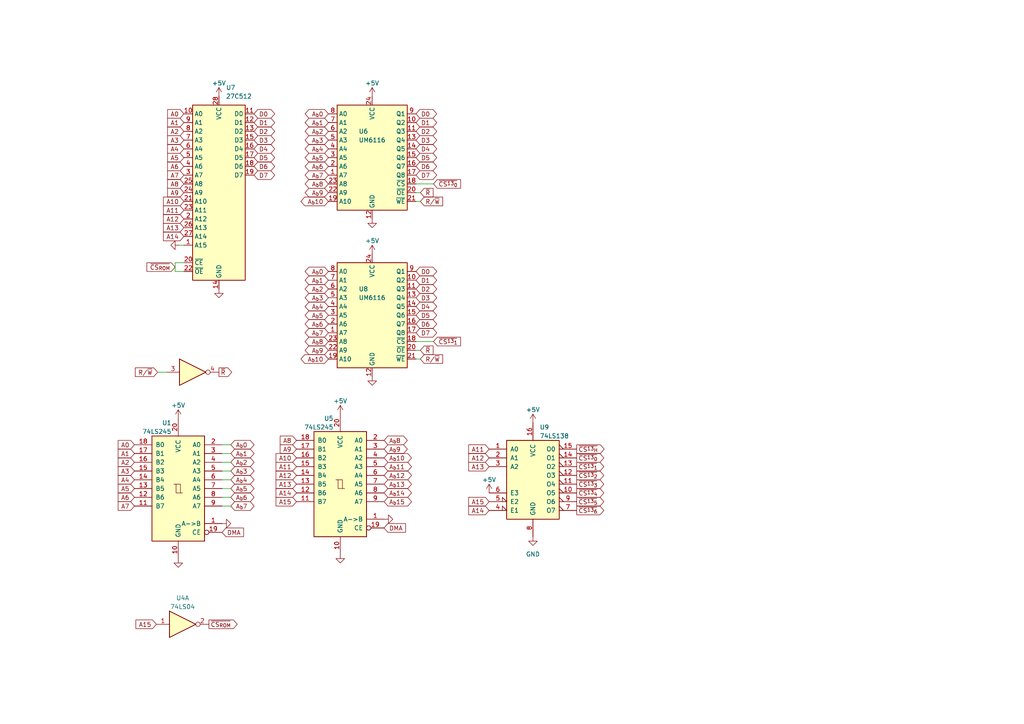
<source format=kicad_sch>
(kicad_sch (version 20230121) (generator eeschema)
  (paper "A4")
  (lib_symbols
    (symbol "74xx:74LS04"
      (property "Reference" "U" (at 0 1.27 0))
      (property "Value" "74LS04" (at 0 -1.27 0))
      (symbol "74LS04_1_0"
        (polyline (pts (xy -3.81 3.81) (xy -3.81 -3.81) (xy 3.81 0) (xy -3.81 3.81)) (stroke (width 0.254)) (fill (type background)))
        (pin input line (at -7.62 0 0) (length 3.81) (name "~") (number "1"))
        (pin output inverted (at 7.62 0 180) (length 3.81) (name "~") (number "2"))
      )
      (symbol "74LS04_2_0"
        (polyline (pts (xy -3.81 3.81) (xy -3.81 -3.81) (xy 3.81 0) (xy -3.81 3.81)) (stroke (width 0.254)) (fill (type background)))
        (pin input line (at -7.62 0 0) (length 3.81) (name "~") (number "3"))
        (pin output inverted (at 7.62 0 180) (length 3.81) (name "~") (number "4"))
      )
      (symbol "74LS04_3_0"
        (polyline (pts (xy -3.81 3.81) (xy -3.81 -3.81) (xy 3.81 0) (xy -3.81 3.81)) (stroke (width 0.254)) (fill (type background)))
        (pin input line (at -7.62 0 0) (length 3.81) (name "~") (number "5"))
        (pin output inverted (at 7.62 0 180) (length 3.81) (name "~") (number "6"))
      )
      (symbol "74LS04_4_0"
        (polyline (pts (xy -3.81 3.81) (xy -3.81 -3.81) (xy 3.81 0) (xy -3.81 3.81)) (stroke (width 0.254)) (fill (type background)))
        (pin output inverted (at 7.62 0 180) (length 3.81) (name "~") (number "8"))
        (pin input line (at -7.62 0 0) (length 3.81) (name "~") (number "9"))
      )
      (symbol "74LS04_5_0"
        (polyline (pts (xy -3.81 3.81) (xy -3.81 -3.81) (xy 3.81 0) (xy -3.81 3.81)) (stroke (width 0.254)) (fill (type background)))
        (pin output inverted (at 7.62 0 180) (length 3.81) (name "~") (number "10"))
        (pin input line (at -7.62 0 0) (length 3.81) (name "~") (number "11"))
      )
      (symbol "74LS04_6_0"
        (polyline (pts (xy -3.81 3.81) (xy -3.81 -3.81) (xy 3.81 0) (xy -3.81 3.81)) (stroke (width 0.254)) (fill (type background)))
        (pin output inverted (at 7.62 0 180) (length 3.81) (name "~") (number "12"))
        (pin input line (at -7.62 0 0) (length 3.81) (name "~") (number "13"))
      )
      (symbol "74LS04_7_0"
        (pin power_in line (at 0 12.7 270) (length 5.08) (name "VCC") (number "14"))
        (pin power_in line (at 0 -12.7 90) (length 5.08) (name "GND") (number "7"))
      )
      (symbol "74LS04_7_1"
        (rectangle (start -5.08 7.62) (end 5.08 -7.62) (stroke (width 0.254)) (fill (type background)))
      )
    )
    (symbol "74xx:74LS138" (pin_names (offset 1.016))
      (property "Reference" "U" (at -7.62 11.43 0))
      (property "Value" "74LS138" (at -7.62 -13.97 0))
      (symbol "74LS138_1_0"
        (pin input line (at -12.7 7.62 0) (length 5.08) (name "A0") (number "1"))
        (pin output output_low (at 12.7 -5.08 180) (length 5.08) (name "O5") (number "10"))
        (pin output output_low (at 12.7 -2.54 180) (length 5.08) (name "O4") (number "11"))
        (pin output output_low (at 12.7 0 180) (length 5.08) (name "O3") (number "12"))
        (pin output output_low (at 12.7 2.54 180) (length 5.08) (name "O2") (number "13"))
        (pin output output_low (at 12.7 5.08 180) (length 5.08) (name "O1") (number "14"))
        (pin output output_low (at 12.7 7.62 180) (length 5.08) (name "O0") (number "15"))
        (pin power_in line (at 0 15.24 270) (length 5.08) (name "VCC") (number "16"))
        (pin input line (at -12.7 5.08 0) (length 5.08) (name "A1") (number "2"))
        (pin input line (at -12.7 2.54 0) (length 5.08) (name "A2") (number "3"))
        (pin input input_low (at -12.7 -10.16 0) (length 5.08) (name "E1") (number "4"))
        (pin input input_low (at -12.7 -7.62 0) (length 5.08) (name "E2") (number "5"))
        (pin input line (at -12.7 -5.08 0) (length 5.08) (name "E3") (number "6"))
        (pin output output_low (at 12.7 -10.16 180) (length 5.08) (name "O7") (number "7"))
        (pin power_in line (at 0 -17.78 90) (length 5.08) (name "GND") (number "8"))
        (pin output output_low (at 12.7 -7.62 180) (length 5.08) (name "O6") (number "9"))
      )
      (symbol "74LS138_1_1"
        (rectangle (start -7.62 10.16) (end 7.62 -12.7) (stroke (width 0.254)) (fill (type background)))
      )
    )
    (symbol "74xx:74LS245" (pin_names (offset 1.016))
      (property "Reference" "U" (at -7.62 16.51 0))
      (property "Value" "74LS245" (at -7.62 -16.51 0))
      (symbol "74LS245_1_0"
        (polyline (pts (xy -0.635 -1.27) (xy -0.635 1.27) (xy 0.635 1.27)))
        (polyline (pts (xy -1.27 -1.27) (xy 0.635 -1.27) (xy 0.635 1.27) (xy 1.27 1.27)))
        (pin input line (at -12.7 -10.16 0) (length 5.08) (name "A->B") (number "1"))
        (pin power_in line (at 0 -20.32 90) (length 5.08) (name "GND") (number "10"))
        (pin tri_state line (at 12.7 -5.08 180) (length 5.08) (name "B7") (number "11"))
        (pin tri_state line (at 12.7 -2.54 180) (length 5.08) (name "B6") (number "12"))
        (pin tri_state line (at 12.7 0 180) (length 5.08) (name "B5") (number "13"))
        (pin tri_state line (at 12.7 2.54 180) (length 5.08) (name "B4") (number "14"))
        (pin tri_state line (at 12.7 5.08 180) (length 5.08) (name "B3") (number "15"))
        (pin tri_state line (at 12.7 7.62 180) (length 5.08) (name "B2") (number "16"))
        (pin tri_state line (at 12.7 10.16 180) (length 5.08) (name "B1") (number "17"))
        (pin tri_state line (at 12.7 12.7 180) (length 5.08) (name "B0") (number "18"))
        (pin input inverted (at -12.7 -12.7 0) (length 5.08) (name "CE") (number "19"))
        (pin tri_state line (at -12.7 12.7 0) (length 5.08) (name "A0") (number "2"))
        (pin power_in line (at 0 20.32 270) (length 5.08) (name "VCC") (number "20"))
        (pin tri_state line (at -12.7 10.16 0) (length 5.08) (name "A1") (number "3"))
        (pin tri_state line (at -12.7 7.62 0) (length 5.08) (name "A2") (number "4"))
        (pin tri_state line (at -12.7 5.08 0) (length 5.08) (name "A3") (number "5"))
        (pin tri_state line (at -12.7 2.54 0) (length 5.08) (name "A4") (number "6"))
        (pin tri_state line (at -12.7 0 0) (length 5.08) (name "A5") (number "7"))
        (pin tri_state line (at -12.7 -2.54 0) (length 5.08) (name "A6") (number "8"))
        (pin tri_state line (at -12.7 -5.08 0) (length 5.08) (name "A7") (number "9"))
      )
      (symbol "74LS245_1_1"
        (rectangle (start -7.62 15.24) (end 7.62 -15.24) (stroke (width 0.254)) (fill (type background)))
      )
    )
    (symbol "Memory_EPROM:27C512"
      (property "Reference" "U" (at -7.62 26.67 0))
      (property "Value" "27C512" (at 2.54 -26.67 0))
      (symbol "27C512_1_1"
        (rectangle (start -7.62 25.4) (end 7.62 -25.4) (stroke (width 0.254)) (fill (type background)))
        (pin input line (at -10.16 -15.24 0) (length 2.54) (name "A15") (number "1"))
        (pin input line (at -10.16 22.86 0) (length 2.54) (name "A0") (number "10"))
        (pin tri_state line (at 10.16 22.86 180) (length 2.54) (name "D0") (number "11"))
        (pin tri_state line (at 10.16 20.32 180) (length 2.54) (name "D1") (number "12"))
        (pin tri_state line (at 10.16 17.78 180) (length 2.54) (name "D2") (number "13"))
        (pin power_in line (at 0 -27.94 90) (length 2.54) (name "GND") (number "14"))
        (pin tri_state line (at 10.16 15.24 180) (length 2.54) (name "D3") (number "15"))
        (pin tri_state line (at 10.16 12.7 180) (length 2.54) (name "D4") (number "16"))
        (pin tri_state line (at 10.16 10.16 180) (length 2.54) (name "D5") (number "17"))
        (pin tri_state line (at 10.16 7.62 180) (length 2.54) (name "D6") (number "18"))
        (pin tri_state line (at 10.16 5.08 180) (length 2.54) (name "D7") (number "19"))
        (pin input line (at -10.16 -7.62 0) (length 2.54) (name "A12") (number "2"))
        (pin input line (at -10.16 -20.32 0) (length 2.54) (name "~{CE}") (number "20"))
        (pin input line (at -10.16 -2.54 0) (length 2.54) (name "A10") (number "21"))
        (pin input line (at -10.16 -22.86 0) (length 2.54) (name "~{OE}") (number "22"))
        (pin input line (at -10.16 -5.08 0) (length 2.54) (name "A11") (number "23"))
        (pin input line (at -10.16 0 0) (length 2.54) (name "A9") (number "24"))
        (pin input line (at -10.16 2.54 0) (length 2.54) (name "A8") (number "25"))
        (pin input line (at -10.16 -10.16 0) (length 2.54) (name "A13") (number "26"))
        (pin input line (at -10.16 -12.7 0) (length 2.54) (name "A14") (number "27"))
        (pin power_in line (at 0 27.94 270) (length 2.54) (name "VCC") (number "28"))
        (pin input line (at -10.16 5.08 0) (length 2.54) (name "A7") (number "3"))
        (pin input line (at -10.16 7.62 0) (length 2.54) (name "A6") (number "4"))
        (pin input line (at -10.16 10.16 0) (length 2.54) (name "A5") (number "5"))
        (pin input line (at -10.16 12.7 0) (length 2.54) (name "A4") (number "6"))
        (pin input line (at -10.16 15.24 0) (length 2.54) (name "A3") (number "7"))
        (pin input line (at -10.16 17.78 0) (length 2.54) (name "A2") (number "8"))
        (pin input line (at -10.16 20.32 0) (length 2.54) (name "A1") (number "9"))
      )
    )
    (symbol "UM6116_1"
      (property "Reference" "U2" (at 7.62 -11.43 0))
      (property "Value" "UM6116" (at 15.24 -12.7 0))
      (symbol "UM6116_1_0_0"
        (pin power_in line (at 0 25.4 270) (length 2.54) (name "VCC") (number "24"))
      )
      (symbol "UM6116_1_0_1"
        (rectangle (start -10.16 22.86) (end 10.16 -7.62) (stroke (width 0.254)) (fill (type background)))
      )
      (symbol "UM6116_1_1_0"
        (pin power_in line (at 0 -10.16 90) (length 2.54) (name "GND") (number "12"))
      )
      (symbol "UM6116_1_1_1"
        (pin input line (at -12.7 2.54 0) (length 2.54) (name "A7") (number "1"))
        (pin tri_state line (at 12.7 17.78 180) (length 2.54) (name "Q2") (number "10"))
        (pin tri_state line (at 12.7 15.24 180) (length 2.54) (name "Q3") (number "11"))
        (pin tri_state line (at 12.7 12.7 180) (length 2.54) (name "Q4") (number "13"))
        (pin tri_state line (at 12.7 10.16 180) (length 2.54) (name "Q5") (number "14"))
        (pin tri_state line (at 12.7 7.62 180) (length 2.54) (name "Q6") (number "15"))
        (pin tri_state line (at 12.7 5.08 180) (length 2.54) (name "Q7") (number "16"))
        (pin tri_state line (at 12.7 2.54 180) (length 2.54) (name "Q8") (number "17"))
        (pin input line (at 12.7 0 180) (length 2.54) (name "~{CS}") (number "18"))
        (pin input line (at -12.7 -5.08 0) (length 2.54) (name "A10") (number "19"))
        (pin input line (at -12.7 5.08 0) (length 2.54) (name "A6") (number "2"))
        (pin input line (at 12.7 -2.54 180) (length 2.54) (name "~{OE}") (number "20"))
        (pin input line (at 12.7 -5.08 180) (length 2.54) (name "~{WE}") (number "21"))
        (pin input line (at -12.7 -2.54 0) (length 2.54) (name "A9") (number "22"))
        (pin input line (at -12.7 0 0) (length 2.54) (name "A8") (number "23"))
        (pin input line (at -12.7 7.62 0) (length 2.54) (name "A5") (number "3"))
        (pin input line (at -12.7 10.16 0) (length 2.54) (name "A4") (number "4"))
        (pin input line (at -12.7 12.7 0) (length 2.54) (name "A3") (number "5"))
        (pin input line (at -12.7 15.24 0) (length 2.54) (name "A2") (number "6"))
        (pin input line (at -12.7 17.78 0) (length 2.54) (name "A1") (number "7"))
        (pin input line (at -12.7 20.32 0) (length 2.54) (name "A0") (number "8"))
        (pin tri_state line (at 12.7 20.32 180) (length 2.54) (name "Q1") (number "9"))
      )
    )
    (symbol "power:+5V" (power) (pin_names (offset 0))
      (property "Value" "+5V" (at 0 3.556 0))
      (symbol "+5V_0_1"
        (polyline (pts (xy -0.762 1.27) (xy 0 2.54)))
        (polyline (pts (xy 0 0) (xy 0 2.54)))
        (polyline (pts (xy 0 2.54) (xy 0.762 1.27)))
      )
      (symbol "+5V_1_1"
        (pin power_in line (at 0 0 90) (length 0) hide (name "+5V") (number "1"))
      )
    )
    (symbol "power:GND" (power) (pin_names (offset 0))
      (property "Value" "GND" (at 0 -3.81 0))
      (symbol "GND_0_1"
        (polyline (pts (xy 0 0) (xy 0 -1.27) (xy 1.27 -1.27) (xy 0 -2.54) (xy -1.27 -1.27) (xy 0 -1.27)))
      )
      (symbol "GND_1_1"
        (pin power_in line (at 0 0 270) (length 0) hide (name "GND") (number "1"))
      )
    )
  )
  (wire (pts (xy 66.94 134.08) (xy 64.4 134.08)))
  (wire (pts (xy 66.94 146.78) (xy 64.4 146.78)))
  (wire (pts (xy 66.94 144.24) (xy 64.4 144.24)))
  (wire (pts (xy 66.94 131.54) (xy 64.4 131.54)))
  (wire (pts (xy 125.73 53.34) (xy 120.65 53.34)))
  (wire (pts (xy 66.94 129) (xy 64.4 129)))
  (wire (pts (xy 50.8 78.74) (xy 50.8 76.2)))
  (wire (pts (xy 120.65 104.14) (xy 121.92 104.14)))
  (wire (pts (xy 45.72 107.95) (xy 48.26 107.95)))
  (wire (pts (xy 66.94 141.7) (xy 64.4 141.7)))
  (wire (pts (xy 125.73 99.06) (xy 120.65 99.06)))
  (wire (pts (xy 53.34 71.12) (xy 52.07 71.12)))
  (wire (pts (xy 120.65 58.42) (xy 121.92 58.42)))
  (wire (pts (xy 50.8 76.2) (xy 53.34 76.2)))
  (wire (pts (xy 121.92 101.6) (xy 120.65 101.6)))
  (wire (pts (xy 121.92 55.88) (xy 120.65 55.88)))
  (wire (pts (xy 66.94 139.16) (xy 64.4 139.16)))
  (wire (pts (xy 53.34 78.74) (xy 50.8 78.74)))
  (wire (pts (xy 66.94 136.62) (xy 64.4 136.62)))
  (global_label "A6" (shape input) (at 39 144.24 180) (property "Intersheetrefs" "${INTERSHEET_REFS}" (effects hide)))
  (global_label "~{R}" (shape input) (at 121.92 101.6 0) (property "Intersheetrefs" "${INTERSHEET_REFS}" (effects hide)))
  (global_label "D3" (shape tri_state) (at 73.66 40.64 0) (property "Intersheetrefs" "${INTERSHEET_REFS}" (effects hide)))
  (global_label "D2" (shape tri_state) (at 73.66 38.1 0) (property "Intersheetrefs" "${INTERSHEET_REFS}" (effects hide)))
  (global_label "A13" (shape input) (at 141.87 135.35 180) (property "Intersheetrefs" "${INTERSHEET_REFS}" (effects hide)))
  (global_label "A_{b}2" (shape tri_state) (at 95.25 83.82 180) (property "Intersheetrefs" "${INTERSHEET_REFS}" (effects hide)))
  (global_label "D1" (shape tri_state) (at 73.66 35.56 0) (property "Intersheetrefs" "${INTERSHEET_REFS}" (effects hide)))
  (global_label "A11" (shape input) (at 141.87 130.27 180) (property "Intersheetrefs" "${INTERSHEET_REFS}" (effects hide)))
  (global_label "A_{b}4" (shape tri_state) (at 95.25 88.9 180) (property "Intersheetrefs" "${INTERSHEET_REFS}" (effects hide)))
  (global_label "A_{b}7" (shape tri_state) (at 66.94 146.78 0) (property "Intersheetrefs" "${INTERSHEET_REFS}" (effects hide)))
  (global_label "A14" (shape input) (at 85.99 142.97 180) (property "Intersheetrefs" "${INTERSHEET_REFS}" (effects hide)))
  (global_label "A5" (shape input) (at 53.34 45.72 180) (property "Intersheetrefs" "${INTERSHEET_REFS}" (effects hide)))
  (global_label "A_{b}2" (shape tri_state) (at 66.94 134.08 0) (property "Intersheetrefs" "${INTERSHEET_REFS}" (effects hide)))
  (global_label "A_{b}7" (shape tri_state) (at 95.25 50.8 180) (property "Intersheetrefs" "${INTERSHEET_REFS}" (effects hide)))
  (global_label "A14" (shape input) (at 141.87 148.05 180) (property "Intersheetrefs" "${INTERSHEET_REFS}" (effects hide)))
  (global_label "A10" (shape input) (at 53.34 58.42 180) (property "Intersheetrefs" "${INTERSHEET_REFS}" (effects hide)))
  (global_label "D0" (shape tri_state) (at 120.65 78.74 0) (property "Intersheetrefs" "${INTERSHEET_REFS}" (effects hide)))
  (global_label "A_{b}4" (shape tri_state) (at 66.94 139.16 0) (property "Intersheetrefs" "${INTERSHEET_REFS}" (effects hide)))
  (global_label "A6" (shape input) (at 53.34 48.26 180) (property "Intersheetrefs" "${INTERSHEET_REFS}" (effects hide)))
  (global_label "A_{b}6" (shape tri_state) (at 95.25 48.26 180) (property "Intersheetrefs" "${INTERSHEET_REFS}" (effects hide)))
  (global_label "A15" (shape input) (at 85.99 145.51 180) (property "Intersheetrefs" "${INTERSHEET_REFS}" (effects hide)))
  (global_label "A12" (shape input) (at 53.34 63.5 180) (property "Intersheetrefs" "${INTERSHEET_REFS}" (effects hide)))
  (global_label "A_{b}3" (shape tri_state) (at 95.25 40.64 180) (property "Intersheetrefs" "${INTERSHEET_REFS}" (effects hide)))
  (global_label "D0" (shape tri_state) (at 120.65 33.02 0) (property "Intersheetrefs" "${INTERSHEET_REFS}" (effects hide)))
  (global_label "~{CS^{13}_{0}}" (shape output) (at 167.27 132.81 0) (property "Intersheetrefs" "${INTERSHEET_REFS}" (effects hide)))
  (global_label "A8" (shape input) (at 85.99 127.73 180) (property "Intersheetrefs" "${INTERSHEET_REFS}" (effects hide)))
  (global_label "~{CS^{13}_{0}}" (shape input) (at 125.73 53.34 0) (property "Intersheetrefs" "${INTERSHEET_REFS}" (effects hide)))
  (global_label "A_{b}3" (shape tri_state) (at 95.25 86.36 180) (property "Intersheetrefs" "${INTERSHEET_REFS}" (effects hide)))
  (global_label "A2" (shape input) (at 39 134.08 180) (property "Intersheetrefs" "${INTERSHEET_REFS}" (effects hide)))
  (global_label "A_{b}9" (shape tri_state) (at 95.25 55.88 180) (property "Intersheetrefs" "${INTERSHEET_REFS}" (effects hide)))
  (global_label "D1" (shape tri_state) (at 120.65 35.56 0) (property "Intersheetrefs" "${INTERSHEET_REFS}" (effects hide)))
  (global_label "A_{b}0" (shape tri_state) (at 95.25 78.74 180) (property "Intersheetrefs" "${INTERSHEET_REFS}" (effects hide)))
  (global_label "A_{b}9" (shape tri_state) (at 95.25 101.6 180) (property "Intersheetrefs" "${INTERSHEET_REFS}" (effects hide)))
  (global_label "A_{b}8" (shape tri_state) (at 95.25 53.34 180) (property "Intersheetrefs" "${INTERSHEET_REFS}" (effects hide)))
  (global_label "D5" (shape tri_state) (at 73.66 45.72 0) (property "Intersheetrefs" "${INTERSHEET_REFS}" (effects hide)))
  (global_label "D1" (shape tri_state) (at 120.65 81.28 0) (property "Intersheetrefs" "${INTERSHEET_REFS}" (effects hide)))
  (global_label "A_{b}8" (shape tri_state) (at 95.25 99.06 180) (property "Intersheetrefs" "${INTERSHEET_REFS}" (effects hide)))
  (global_label "DMA" (shape input) (at 64.4 154.4 0) (property "Intersheetrefs" "${INTERSHEET_REFS}" (effects hide)))
  (global_label "~{CS_{ROM}}" (shape input) (at 50.8 77.47 180) (property "Intersheetrefs" "${INTERSHEET_REFS}" (effects hide)))
  (global_label "A4" (shape input) (at 53.34 43.18 180) (property "Intersheetrefs" "${INTERSHEET_REFS}" (effects hide)))
  (global_label "A11" (shape input) (at 53.34 60.96 180) (property "Intersheetrefs" "${INTERSHEET_REFS}" (effects hide)))
  (global_label "A13" (shape input) (at 85.99 140.43 180) (property "Intersheetrefs" "${INTERSHEET_REFS}" (effects hide)))
  (global_label "~{CS^{13}_{1}}" (shape input) (at 125.73 99.06 0) (property "Intersheetrefs" "${INTERSHEET_REFS}" (effects hide)))
  (global_label "A_{b}14" (shape tri_state) (at 111.39 142.97 0) (property "Intersheetrefs" "${INTERSHEET_REFS}" (effects hide)))
  (global_label "A_{b}1" (shape tri_state) (at 95.25 35.56 180) (property "Intersheetrefs" "${INTERSHEET_REFS}" (effects hide)))
  (global_label "A_{b}6" (shape tri_state) (at 66.94 144.24 0) (property "Intersheetrefs" "${INTERSHEET_REFS}" (effects hide)))
  (global_label "~{CS^{13}_{1}}" (shape output) (at 167.27 135.35 0) (property "Intersheetrefs" "${INTERSHEET_REFS}" (effects hide)))
  (global_label "D7" (shape tri_state) (at 120.65 96.52 0) (property "Intersheetrefs" "${INTERSHEET_REFS}" (effects hide)))
  (global_label "A_{b}1" (shape tri_state) (at 66.94 131.54 0) (property "Intersheetrefs" "${INTERSHEET_REFS}" (effects hide)))
  (global_label "A8" (shape input) (at 53.34 53.34 180) (property "Intersheetrefs" "${INTERSHEET_REFS}" (effects hide)))
  (global_label "A3" (shape input) (at 39 136.62 180) (property "Intersheetrefs" "${INTERSHEET_REFS}" (effects hide)))
  (global_label "A0" (shape input) (at 39 129 180) (property "Intersheetrefs" "${INTERSHEET_REFS}" (effects hide)))
  (global_label "A14" (shape input) (at 53.34 68.58 180) (property "Intersheetrefs" "${INTERSHEET_REFS}" (effects hide)))
  (global_label "A_{b}15" (shape tri_state) (at 111.39 145.51 0) (property "Intersheetrefs" "${INTERSHEET_REFS}" (effects hide)))
  (global_label "~{CS^{13}_{6}}" (shape output) (at 167.27 148.05 0) (property "Intersheetrefs" "${INTERSHEET_REFS}" (effects hide)))
  (global_label "R{slash}~{W}" (shape input) (at 121.92 104.14 0) (property "Intersheetrefs" "${INTERSHEET_REFS}" (effects hide)))
  (global_label "D2" (shape tri_state) (at 120.65 83.82 0) (property "Intersheetrefs" "${INTERSHEET_REFS}" (effects hide)))
  (global_label "A13" (shape input) (at 53.34 66.04 180) (property "Intersheetrefs" "${INTERSHEET_REFS}" (effects hide)))
  (global_label "~{CS_{ROM}}" (shape output) (at 60.59 181.07 0) (property "Intersheetrefs" "${INTERSHEET_REFS}" (effects hide)))
  (global_label "D2" (shape tri_state) (at 120.65 38.1 0) (property "Intersheetrefs" "${INTERSHEET_REFS}" (effects hide)))
  (global_label "A7" (shape input) (at 53.34 50.8 180) (property "Intersheetrefs" "${INTERSHEET_REFS}" (effects hide)))
  (global_label "A_{b}9" (shape tri_state) (at 111.39 130.27 0) (property "Intersheetrefs" "${INTERSHEET_REFS}" (effects hide)))
  (global_label "D5" (shape tri_state) (at 120.65 45.72 0) (property "Intersheetrefs" "${INTERSHEET_REFS}" (effects hide)))
  (global_label "D5" (shape tri_state) (at 120.65 91.44 0) (property "Intersheetrefs" "${INTERSHEET_REFS}" (effects hide)))
  (global_label "~{R}" (shape input) (at 121.92 55.88 0) (property "Intersheetrefs" "${INTERSHEET_REFS}" (effects hide)))
  (global_label "A7" (shape input) (at 39 146.78 180) (property "Intersheetrefs" "${INTERSHEET_REFS}" (effects hide)))
  (global_label "A_{b}0" (shape tri_state) (at 66.94 129 0) (property "Intersheetrefs" "${INTERSHEET_REFS}" (effects hide)))
  (global_label "A15" (shape input) (at 141.87 145.51 180) (property "Intersheetrefs" "${INTERSHEET_REFS}" (effects hide)))
  (global_label "A_{b}5" (shape tri_state) (at 95.25 91.44 180) (property "Intersheetrefs" "${INTERSHEET_REFS}" (effects hide)))
  (global_label "A_{b}0" (shape tri_state) (at 95.25 33.02 180) (property "Intersheetrefs" "${INTERSHEET_REFS}" (effects hide)))
  (global_label "A_{b}13" (shape tri_state) (at 111.39 140.43 0) (property "Intersheetrefs" "${INTERSHEET_REFS}" (effects hide)))
  (global_label "D6" (shape tri_state) (at 120.65 93.98 0) (property "Intersheetrefs" "${INTERSHEET_REFS}" (effects hide)))
  (global_label "A12" (shape input) (at 141.87 132.81 180) (property "Intersheetrefs" "${INTERSHEET_REFS}" (effects hide)))
  (global_label "A_{b}6" (shape tri_state) (at 95.25 93.98 180) (property "Intersheetrefs" "${INTERSHEET_REFS}" (effects hide)))
  (global_label "A11" (shape input) (at 85.99 135.35 180) (property "Intersheetrefs" "${INTERSHEET_REFS}" (effects hide)))
  (global_label "D4" (shape tri_state) (at 120.65 43.18 0) (property "Intersheetrefs" "${INTERSHEET_REFS}" (effects hide)))
  (global_label "D6" (shape tri_state) (at 120.65 48.26 0) (property "Intersheetrefs" "${INTERSHEET_REFS}" (effects hide)))
  (global_label "D4" (shape tri_state) (at 120.65 88.9 0) (property "Intersheetrefs" "${INTERSHEET_REFS}" (effects hide)))
  (global_label "A_{b}2" (shape tri_state) (at 95.25 38.1 180) (property "Intersheetrefs" "${INTERSHEET_REFS}" (effects hide)))
  (global_label "A_{b}3" (shape tri_state) (at 66.94 136.62 0) (property "Intersheetrefs" "${INTERSHEET_REFS}" (effects hide)))
  (global_label "A9" (shape input) (at 85.99 130.27 180) (property "Intersheetrefs" "${INTERSHEET_REFS}" (effects hide)))
  (global_label "A15" (shape input) (at 45.35 181.07 180) (property "Intersheetrefs" "${INTERSHEET_REFS}" (effects hide)))
  (global_label "~{CS^{13}_{5}}" (shape output) (at 167.27 145.51 0) (property "Intersheetrefs" "${INTERSHEET_REFS}" (effects hide)))
  (global_label "~{CS^{13}_{2}}" (shape output) (at 167.27 137.89 0) (property "Intersheetrefs" "${INTERSHEET_REFS}" (effects hide)))
  (global_label "A3" (shape input) (at 53.34 40.64 180) (property "Intersheetrefs" "${INTERSHEET_REFS}" (effects hide)))
  (global_label "D6" (shape tri_state) (at 73.66 48.26 0) (property "Intersheetrefs" "${INTERSHEET_REFS}" (effects hide)))
  (global_label "A10" (shape input) (at 85.99 132.81 180) (property "Intersheetrefs" "${INTERSHEET_REFS}" (effects hide)))
  (global_label "A_{b}5" (shape tri_state) (at 95.25 45.72 180) (property "Intersheetrefs" "${INTERSHEET_REFS}" (effects hide)))
  (global_label "D0" (shape tri_state) (at 73.66 33.02 0) (property "Intersheetrefs" "${INTERSHEET_REFS}" (effects hide)))
  (global_label "A4" (shape input) (at 39 139.16 180) (property "Intersheetrefs" "${INTERSHEET_REFS}" (effects hide)))
  (global_label "A1" (shape input) (at 53.34 35.56 180) (property "Intersheetrefs" "${INTERSHEET_REFS}" (effects hide)))
  (global_label "A9" (shape input) (at 53.34 55.88 180) (property "Intersheetrefs" "${INTERSHEET_REFS}" (effects hide)))
  (global_label "DMA" (shape input) (at 111.39 153.13 0) (property "Intersheetrefs" "${INTERSHEET_REFS}" (effects hide)))
  (global_label "A_{b}11" (shape tri_state) (at 111.39 135.35 0) (property "Intersheetrefs" "${INTERSHEET_REFS}" (effects hide)))
  (global_label "A_{b}8" (shape tri_state) (at 111.39 127.73 0) (property "Intersheetrefs" "${INTERSHEET_REFS}" (effects hide)))
  (global_label "A_{b}12" (shape tri_state) (at 111.39 137.89 0) (property "Intersheetrefs" "${INTERSHEET_REFS}" (effects hide)))
  (global_label "A_{b}4" (shape tri_state) (at 95.25 43.18 180) (property "Intersheetrefs" "${INTERSHEET_REFS}" (effects hide)))
  (global_label "A_{b}10" (shape tri_state) (at 111.39 132.81 0) (property "Intersheetrefs" "${INTERSHEET_REFS}" (effects hide)))
  (global_label "A_{b}10" (shape tri_state) (at 95.25 58.42 180) (property "Intersheetrefs" "${INTERSHEET_REFS}" (effects hide)))
  (global_label "A12" (shape input) (at 85.99 137.89 180) (property "Intersheetrefs" "${INTERSHEET_REFS}" (effects hide)))
  (global_label "~{CS^{13}_{H}}" (shape output) (at 167.27 130.27 0) (property "Intersheetrefs" "${INTERSHEET_REFS}" (effects hide)))
  (global_label "A0" (shape input) (at 53.34 33.02 180) (property "Intersheetrefs" "${INTERSHEET_REFS}" (effects hide)))
  (global_label "A_{b}10" (shape tri_state) (at 95.25 104.14 180) (property "Intersheetrefs" "${INTERSHEET_REFS}" (effects hide)))
  (global_label "D3" (shape tri_state) (at 120.65 86.36 0) (property "Intersheetrefs" "${INTERSHEET_REFS}" (effects hide)))
  (global_label "A_{b}1" (shape tri_state) (at 95.25 81.28 180) (property "Intersheetrefs" "${INTERSHEET_REFS}" (effects hide)))
  (global_label "R{slash}~{W}" (shape input) (at 121.92 58.42 0) (property "Intersheetrefs" "${INTERSHEET_REFS}" (effects hide)))
  (global_label "D3" (shape tri_state) (at 120.65 40.64 0) (property "Intersheetrefs" "${INTERSHEET_REFS}" (effects hide)))
  (global_label "D7" (shape tri_state) (at 120.65 50.8 0) (property "Intersheetrefs" "${INTERSHEET_REFS}" (effects hide)))
  (global_label "~{R}" (shape output) (at 63.5 107.95 0) (property "Intersheetrefs" "${INTERSHEET_REFS}" (effects hide)))
  (global_label "A_{b}5" (shape tri_state) (at 66.94 141.7 0) (property "Intersheetrefs" "${INTERSHEET_REFS}" (effects hide)))
  (global_label "~{CS^{13}_{3}}" (shape output) (at 167.27 140.43 0) (property "Intersheetrefs" "${INTERSHEET_REFS}" (effects hide)))
  (global_label "A1" (shape input) (at 39 131.54 180) (property "Intersheetrefs" "${INTERSHEET_REFS}" (effects hide)))
  (global_label "D4" (shape tri_state) (at 73.66 43.18 0) (property "Intersheetrefs" "${INTERSHEET_REFS}" (effects hide)))
  (global_label "A5" (shape input) (at 39 141.7 180) (property "Intersheetrefs" "${INTERSHEET_REFS}" (effects hide)))
  (global_label "A2" (shape input) (at 53.34 38.1 180) (property "Intersheetrefs" "${INTERSHEET_REFS}" (effects hide)))
  (global_label "R{slash}~{W}" (shape input) (at 45.72 107.95 180) (property "Intersheetrefs" "${INTERSHEET_REFS}" (effects hide)))
  (global_label "D7" (shape tri_state) (at 73.66 50.8 0) (property "Intersheetrefs" "${INTERSHEET_REFS}" (effects hide)))
  (global_label "~{CS^{13}_{4}}" (shape output) (at 167.27 142.97 0) (property "Intersheetrefs" "${INTERSHEET_REFS}" (effects hide)))
  (global_label "A_{b}7" (shape tri_state) (at 95.25 96.52 180) (property "Intersheetrefs" "${INTERSHEET_REFS}" (effects hide)))
  (symbol (lib_id "74xx:74LS04") (at 52.97 181.07 0) (unit 1)
    (property "Reference" "U4" (at 52.97 173.45 0))
    (property "Value" "74LS04" (at 52.97 175.99 0))
    (property "Datasheet" "http://www.ti.com/lit/gpn/sn74LS04" (effects hide))
  )
  (symbol (lib_id "power:GND") (at 52.07 71.12 270) (unit 1)
    (property "Reference" "#PWR022" (effects hide))
    (property "Value" "GND" (effects hide))
    (instances (project "6802 v1" (path "" (reference "#PWR022") (unit 1)) (path "" (reference "#PWR021") (unit 1))))
  )
  (symbol (lib_id "power:+5V") (at 107.95 73.66 0) (unit 1)
    (property "Reference" "#PWR023" (effects hide))
    (property "Value" "+5V" (at 107.95 69.85 0))
    (instances (project "6802 v1" (path "" (reference "#PWR023") (unit 1)) (path "" (reference "#PWR022") (unit 1))))
  )
  (symbol (lib_id "power:GND") (at 63.5 83.82 0) (unit 1)
    (property "Reference" "#PWR024" (effects hide))
    (property "Value" "GND" (effects hide))
    (instances (project "6802 v1" (path "" (reference "#PWR024") (unit 1)) (path "" (reference "#PWR023") (unit 1))))
  )
  (symbol (lib_id "74xx:74LS04") (at 55.88 107.95 0) (unit 2)
    (property "Reference" "U4" (effects hide))
    (property "Value" "74LS04" (effects hide))
    (property "Footprint" "Package_DIP:DIP-14_W7.62mm_Socket" (effects hide))
    (property "Datasheet" "http://www.ti.com/lit/gpn/sn74LS04" (effects hide))
  )
  (symbol (lib_id "power:GND") (at 111.39 150.59 90) (unit 1)
    (property "Reference" "#PWR017" (effects hide))
    (property "Value" "GND" (effects hide))
  )
  (symbol (lib_id "74xx:74LS138") (at 154.57 137.89 0) (unit 1)
    (property "Reference" "U9" (at 156.5259 123.92 0) (effects (justify left)))
    (property "Value" "74LS138" (at 156.5259 126.46 0) (effects (justify left)))
    (property "Footprint" "Package_DIP:DIP-16_W7.62mm_Socket" (effects hide))
    (property "Datasheet" "http://www.ti.com/lit/gpn/sn74LS138" (effects hide))
    (instances (project "6802 v1" (path "" (reference "U9") (unit 1)) (path "" (reference "U1") (unit 1))))
  )
  (symbol (lib_id "power:+5V") (at 63.5 27.94 0) (unit 1)
    (property "Reference" "#PWR018" (effects hide))
    (property "Value" "+5V" (at 63.5 24.13 0))
  )
  (symbol (lib_id "power:+5V") (at 141.87 142.97 0) (unit 1)
    (property "Reference" "#PWR026" (effects hide))
    (property "Value" "+5V" (at 141.87 139.16 0))
    (instances (project "6802 v1" (path "" (reference "#PWR026") (unit 1)) (path "" (reference "#PWR012") (unit 1))))
  )
  (symbol (lib_id "power:+5V") (at 98.69 120.11 0) (unit 1)
    (property "Reference" "#PWR012" (effects hide))
    (property "Value" "+5V" (at 98.69 116.3 0))
    (instances (project "6802 v1" (path "" (reference "#PWR012") (unit 1)) (path "" (reference "#PWR03") (unit 1))))
  )
  (symbol (lib_id "74xx:74LS245") (at 51.7 141.7 0) (mirror y) (unit 1)
    (property "Reference" "U1" (at 49.7441 122.65 0) (effects (justify left)))
    (property "Value" "74LS245" (at 49.7441 125.19 0) (effects (justify left)))
    (property "Datasheet" "http://www.ti.com/lit/gpn/sn74LS245" (effects hide))
    (instances (project "6802 v1" (path "" (reference "U1") (unit 1)) (path "" (reference "U9") (unit 1))))
  )
  (symbol (lib_id "power:GND") (at 107.95 109.22 0) (unit 1)
    (property "Reference" "#PWR025" (effects hide))
    (property "Value" "GND" (effects hide))
    (instances (project "6802 v1" (path "" (reference "#PWR025") (unit 1)) (path "" (reference "#PWR024") (unit 1))))
  )
  (symbol (lib_id "power:GND") (at 107.95 63.5 0) (unit 1)
    (property "Reference" "#PWR021" (effects hide))
    (property "Value" "GND" (effects hide))
    (instances (project "6802 v1" (path "" (reference "#PWR021") (unit 1)) (path "" (reference "#PWR020") (unit 1))))
  )
  (symbol (lib_name "UM6116_1") (lib_id "Memory_RAM:UM6116") (at 107.95 99.06 0) (unit 1)
    (property "Reference" "U8" (at 105.41 83.82 0))
    (property "Value" "UM6116" (at 107.95 86.36 0))
  )
  (symbol (lib_id "power:GND") (at 51.7 162.02 0) (unit 1)
    (property "Reference" "#PWR011" (effects hide))
    (property "Value" "GND" (effects hide))
    (instances (project "6802 v1" (path "" (reference "#PWR011") (unit 1)) (path "" (reference "#PWR028") (unit 1))))
  )
  (symbol (lib_id "Memory_EPROM:27C512") (at 63.5 55.88 0) (unit 1)
    (property "Reference" "U7" (at 65.5194 25.4 0) (effects (justify left)))
    (property "Value" "27C512" (at 65.5194 27.94 0) (effects (justify left)))
    (property "Footprint" "Package_DIP:DIP-28_W15.24mm" (effects hide))
    (property "Datasheet" "http://ww1.microchip.com/downloads/en/DeviceDoc/doc0015.pdf" (effects hide))
  )
  (symbol (lib_id "power:GND") (at 154.57 155.67 0) (unit 1)
    (property "Reference" "#PWR028" (effects hide))
    (property "Value" "GND" (at 154.57 160.75 0))
    (instances (project "6802 v1" (path "" (reference "#PWR028") (unit 1)) (path "" (reference "#PWR026") (unit 1))))
  )
  (symbol (lib_id "power:+5V") (at 107.95 27.94 0) (unit 1)
    (property "Reference" "#PWR019" (effects hide))
    (property "Value" "+5V" (at 107.95 24.13 0))
  )
  (symbol (lib_name "UM6116_1") (lib_id "Memory_RAM:UM6116") (at 107.95 53.34 0) (unit 1)
    (property "Reference" "U6" (at 105.41 38.1 0))
    (property "Value" "UM6116" (at 107.95 40.64 0))
  )
  (symbol (lib_id "74xx:74LS245") (at 98.69 140.43 0) (mirror y) (unit 1)
    (property "Reference" "U5" (at 96.7341 121.38 0) (effects (justify left)))
    (property "Value" "74LS245" (at 96.7341 123.92 0) (effects (justify left)))
    (property "Datasheet" "http://www.ti.com/lit/gpn/sn74LS245" (effects hide))
  )
  (symbol (lib_id "power:GND") (at 64.4 151.86 90) (unit 1)
    (property "Reference" "#PWR09" (effects hide))
    (property "Value" "GND" (effects hide))
    (instances (project "6802 v1" (path "" (reference "#PWR09") (unit 1)) (path "" (reference "#PWR025") (unit 1))))
  )
  (symbol (lib_id "power:+5V") (at 51.7 121.38 0) (unit 1)
    (property "Reference" "#PWR03" (effects hide))
    (property "Value" "+5V" (at 51.7 117.57 0))
    (instances (project "6802 v1" (path "" (reference "#PWR03") (unit 1)) (path "" (reference "#PWR09") (unit 1))))
  )
  (symbol (lib_id "power:+5V") (at 154.57 122.65 0) (unit 1)
    (property "Reference" "#PWR027" (effects hide))
    (property "Value" "+5V" (at 154.57 118.84 0))
    (instances (project "6802 v1" (path "" (reference "#PWR027") (unit 1)) (path "" (reference "#PWR011") (unit 1))))
  )
  (symbol (lib_id "power:GND") (at 98.69 160.75 0) (unit 1)
    (property "Reference" "#PWR011" (effects hide))
    (property "Value" "GND" (effects hide))
    (instances (project "6802 v1" (path "" (reference "#PWR011") (unit 1)) (path "" (reference "#PWR027") (unit 1))))
  )
)
</source>
